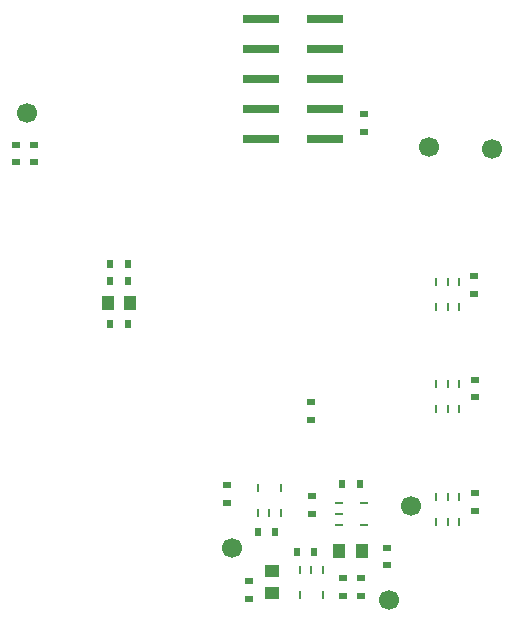
<source format=gbp>
G04 (created by PCBNEW (2013-05-31 BZR 4019)-stable) date 6/27/2014 12:56:07 PM*
%MOIN*%
G04 Gerber Fmt 3.4, Leading zero omitted, Abs format*
%FSLAX34Y34*%
G01*
G70*
G90*
G04 APERTURE LIST*
%ADD10C,0.00590551*%
%ADD11R,0.0116X0.0274*%
%ADD12R,0.0234X0.0274*%
%ADD13C,0.0667*%
%ADD14R,0.123827X0.0281575*%
%ADD15R,0.0274X0.0116*%
%ADD16R,0.0274X0.0234*%
%ADD17R,0.0392X0.047*%
%ADD18R,0.047X0.0392*%
G04 APERTURE END LIST*
G54D10*
G54D11*
X1492Y-7451D03*
X742Y-7451D03*
X1117Y-7451D03*
X742Y-6619D03*
X1492Y-6619D03*
X1117Y-6619D03*
G54D12*
X-3916Y-8440D03*
X-3324Y-8440D03*
G54D13*
X-840Y-10040D03*
X-110Y-6890D03*
G54D14*
X-2967Y8325D03*
X-5112Y8325D03*
X-2967Y7325D03*
X-5112Y7325D03*
X-5112Y5325D03*
X-2967Y5325D03*
X-5112Y6325D03*
X-2967Y6325D03*
X-2967Y9325D03*
X-5112Y9325D03*
G54D13*
X-6060Y-8310D03*
G54D11*
X-4445Y-7131D03*
X-5195Y-7131D03*
X-4820Y-7131D03*
X-5195Y-6299D03*
X-4445Y-6299D03*
X-3795Y-9024D03*
X-3045Y-9024D03*
X-3420Y-9024D03*
X-3045Y-9856D03*
X-3795Y-9856D03*
G54D15*
X-2511Y-7540D03*
X-2511Y-6790D03*
X-2511Y-7165D03*
X-1679Y-6790D03*
X-1679Y-7540D03*
G54D11*
X1492Y-263D03*
X742Y-263D03*
X1117Y-263D03*
X742Y568D03*
X1492Y568D03*
X1117Y568D03*
G54D16*
X-5500Y-10006D03*
X-5500Y-9414D03*
X-13255Y5146D03*
X-13255Y4554D03*
X-12655Y5146D03*
X-12655Y4554D03*
X-1770Y-9911D03*
X-1770Y-9319D03*
X2030Y-2689D03*
X2030Y-3281D03*
X2005Y761D03*
X2005Y169D03*
G54D12*
X-9534Y600D03*
X-10126Y600D03*
G54D17*
X-9455Y-125D03*
X-10205Y-125D03*
G54D16*
X2030Y-6464D03*
X2030Y-7056D03*
X-1680Y6156D03*
X-1680Y5564D03*
G54D12*
X-9534Y1150D03*
X-10126Y1150D03*
X-9534Y-825D03*
X-10126Y-825D03*
G54D16*
X-895Y-8294D03*
X-895Y-8886D03*
G54D17*
X-1745Y-8390D03*
X-2495Y-8390D03*
G54D11*
X1492Y-3676D03*
X742Y-3676D03*
X1117Y-3676D03*
X742Y-2844D03*
X1492Y-2844D03*
X1117Y-2844D03*
G54D13*
X-12910Y6210D03*
G54D16*
X-6220Y-6806D03*
X-6220Y-6214D03*
G54D12*
X-4624Y-7765D03*
X-5216Y-7765D03*
X-1799Y-6165D03*
X-2391Y-6165D03*
G54D16*
X-2370Y-9911D03*
X-2370Y-9319D03*
X-3395Y-7161D03*
X-3395Y-6569D03*
G54D18*
X-4720Y-9815D03*
X-4720Y-9065D03*
G54D13*
X500Y5050D03*
G54D16*
X-3430Y-4026D03*
X-3430Y-3434D03*
G54D13*
X2600Y4990D03*
M02*

</source>
